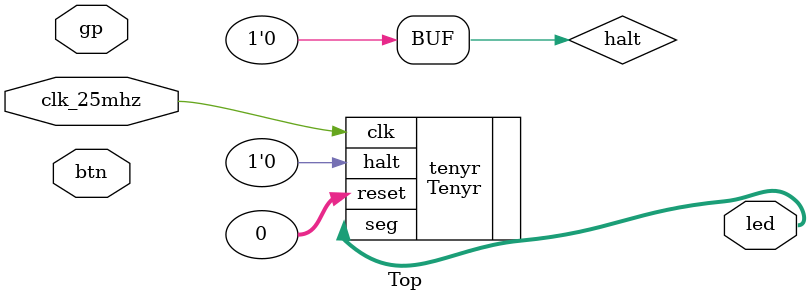
<source format=v>
module Top(
    input clk_25mhz,
    input[6:0] btn,
    output[7:0] led, inout[27:0] gp
);

    // Unconditionally ignore halt for now, just to prevent a wired-or from
    // breaking synthesis.
    wire halt = btn[3] ? '0 : '0;
    Tenyr tenyr(.clk(clk_25mhz), .reset(0), .halt(halt), .seg(led));

    // Force the number of digits in the seg7 display to 1, to prevent
    // digits from being overlaid on top of one another.
    defparam tenyr.seg7.DIGITS = 1;

endmodule

</source>
